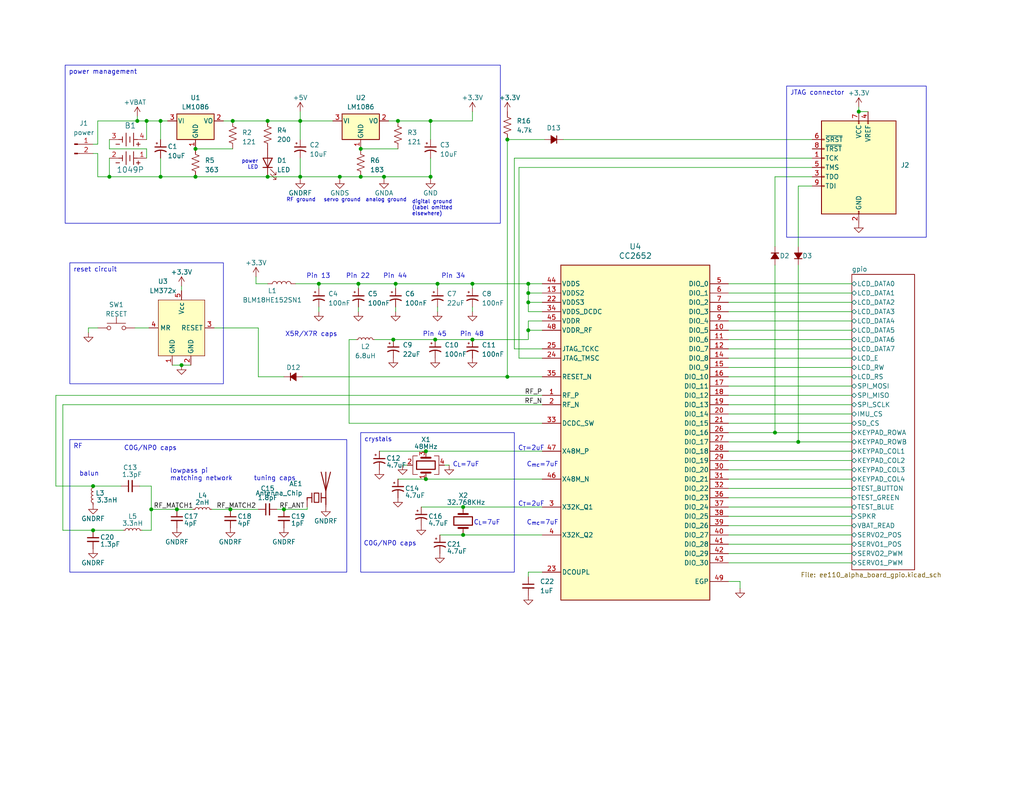
<source format=kicad_sch>
(kicad_sch (version 20231120) (generator "eeschema") (generator_version "8.0")
  (paper "A")
  (title_block (title "EE 110 Alpha Board") (date "2024-02-05") (rev "0.2") (company "Adam Krivka"))
  (lib_symbols
    (symbol "CC26X2R:CC2652R1FRGZR" (pin_names (offset 0.254))
      (property "Reference" "U7" (at 0 49.53 0))
      (property "Value" "CC2652R1FRGZR" (at 0 46.99 0))
      (symbol "CC2652R1FRGZR_0_1"
        (pin bidirectional line (at -25.4 10.16 0) (length 5.08) (name "RF_P") (number "1"))
        (pin bidirectional line (at 25.4 27.94 180) (length 5.08) (name "DIO_5") (number "10"))
        (pin bidirectional line (at 25.4 25.4 180) (length 5.08) (name "DIO_6") (number "11"))
        (pin bidirectional line (at 25.4 22.86 180) (length 5.08) (name "DIO_7") (number "12"))
        (pin power_in line (at -25.4 38.1 0) (length 5.08) (name "VDDS2") (number "13"))
        (pin bidirectional line (at 25.4 20.32 180) (length 5.08) (name "DIO_8") (number "14"))
        (pin bidirectional line (at 25.4 17.78 180) (length 5.08) (name "DIO_9") (number "15"))
        (pin bidirectional line (at 25.4 15.24 180) (length 5.08) (name "DIO_10") (number "16"))
        (pin bidirectional line (at 25.4 12.7 180) (length 5.08) (name "DIO_11") (number "17"))
        (pin bidirectional line (at 25.4 10.16 180) (length 5.08) (name "DIO_12") (number "18"))
        (pin bidirectional line (at 25.4 7.62 180) (length 5.08) (name "DIO_13") (number "19"))
        (pin bidirectional line (at -25.4 7.62 0) (length 5.08) (name "RF_N") (number "2"))
        (pin bidirectional line (at 25.4 5.08 180) (length 5.08) (name "DIO_14") (number "20"))
        (pin bidirectional line (at 25.4 2.54 180) (length 5.08) (name "DIO_15") (number "21"))
        (pin power_in line (at -25.4 35.56 0) (length 5.08) (name "VDDS3") (number "22"))
        (pin unspecified line (at -25.4 -38.1 0) (length 5.08) (name "DCOUPL") (number "23"))
        (pin bidirectional line (at -25.4 20.32 0) (length 5.08) (name "JTAG_TMSC") (number "24"))
        (pin bidirectional line (at -25.4 22.86 0) (length 5.08) (name "JTAG_TCKC") (number "25"))
        (pin bidirectional line (at 25.4 0 180) (length 5.08) (name "DIO_16") (number "26"))
        (pin bidirectional line (at 25.4 -2.54 180) (length 5.08) (name "DIO_17") (number "27"))
        (pin bidirectional line (at 25.4 -5.08 180) (length 5.08) (name "DIO_18") (number "28"))
        (pin bidirectional line (at 25.4 -7.62 180) (length 5.08) (name "DIO_19") (number "29"))
        (pin bidirectional line (at -25.4 -20.32 0) (length 5.08) (name "X32K_Q1") (number "3"))
        (pin bidirectional line (at 25.4 -10.16 180) (length 5.08) (name "DIO_20") (number "30"))
        (pin bidirectional line (at 25.4 -12.7 180) (length 5.08) (name "DIO_21") (number "31"))
        (pin bidirectional line (at 25.4 -15.24 180) (length 5.08) (name "DIO_22") (number "32"))
        (pin power_in line (at -25.4 2.54 0) (length 5.08) (name "DCDC_SW") (number "33"))
        (pin power_in line (at -25.4 33.02 0) (length 5.08) (name "VDDS_DCDC") (number "34"))
        (pin input line (at -25.4 15.24 0) (length 5.08) (name "RESET_N") (number "35"))
        (pin bidirectional line (at 25.4 -17.78 180) (length 5.08) (name "DIO_23") (number "36"))
        (pin bidirectional line (at 25.4 -20.32 180) (length 5.08) (name "DIO_24") (number "37"))
        (pin bidirectional line (at 25.4 -22.86 180) (length 5.08) (name "DIO_25") (number "38"))
        (pin bidirectional line (at 25.4 -25.4 180) (length 5.08) (name "DIO_26") (number "39"))
        (pin bidirectional line (at -25.4 -27.94 0) (length 5.08) (name "X32K_Q2") (number "4"))
        (pin bidirectional line (at 25.4 -27.94 180) (length 5.08) (name "DIO_27") (number "40"))
        (pin bidirectional line (at 25.4 -30.48 180) (length 5.08) (name "DIO_28") (number "41"))
        (pin bidirectional line (at 25.4 -33.02 180) (length 5.08) (name "DIO_29") (number "42"))
        (pin bidirectional line (at 25.4 -35.56 180) (length 5.08) (name "DIO_30") (number "43"))
        (pin power_in line (at -25.4 40.64 0) (length 5.08) (name "VDDS") (number "44"))
        (pin power_in line (at -25.4 30.48 0) (length 5.08) (name "VDDR") (number "45"))
        (pin bidirectional line (at -25.4 -12.7 0) (length 5.08) (name "X48M_N") (number "46"))
        (pin bidirectional line (at -25.4 -5.08 0) (length 5.08) (name "X48M_P") (number "47"))
        (pin power_in line (at -25.4 27.94 0) (length 5.08) (name "VDDR_RF") (number "48"))
        (pin power_in line (at 25.4 -40.64 180) (length 5.08) (name "EGP") (number "49"))
        (pin bidirectional line (at 25.4 40.64 180) (length 5.08) (name "DIO_0") (number "5"))
        (pin bidirectional line (at 25.4 38.1 180) (length 5.08) (name "DIO_1") (number "6"))
        (pin bidirectional line (at 25.4 35.56 180) (length 5.08) (name "DIO_2") (number "7"))
        (pin bidirectional line (at 25.4 33.02 180) (length 5.08) (name "DIO_3") (number "8"))
        (pin bidirectional line (at 25.4 30.48 180) (length 5.08) (name "DIO_4") (number "9"))
      )
    )
    (symbol "Connector:AVR-JTAG-10" (pin_names (offset 1.016))
      (property "Reference" "J" (at -8.89 13.97 0))
      (property "Value" "AVR-JTAG-10" (at 1.27 13.97 0))
      (symbol "AVR-JTAG-10_1_1"
        (pin passive line (at 12.7 2.54 180) (length 2.54) (name "TCK") (number "1"))
        (pin passive line (at 0 -15.24 90) (length 2.54) hide (name "GND") (number "10"))
        (pin passive line (at 0 -15.24 90) (length 2.54) (name "GND") (number "2"))
        (pin passive line (at 12.7 -2.54 180) (length 2.54) (name "TDO") (number "3"))
        (pin passive line (at -2.54 15.24 270) (length 2.54) (name "VREF") (number "4"))
        (pin passive line (at 12.7 0 180) (length 2.54) (name "TMS") (number "5"))
        (pin passive line (at 12.7 7.62 180) (length 2.54) (name "~{SRST}") (number "6"))
        (pin passive line (at 0 15.24 270) (length 2.54) (name "VCC") (number "7"))
        (pin passive line (at 12.7 5.08 180) (length 2.54) (name "~{TRST}") (number "8"))
        (pin passive line (at 12.7 -5.08 180) (length 2.54) (name "TDI") (number "9"))
      )
    )
    (symbol "Connector:Conn_01x02_Pin" (pin_names (offset 1.016) hide)
      (property "Reference" "J" (at 0 2.54 0))
      (property "Value" "Conn_01x02_Pin" (at 0 -5.08 0))
      (symbol "Conn_01x02_Pin_1_1"
        (pin passive line (at 5.08 0 180) (length 3.81) (name "Pin_1") (number "1"))
        (pin passive line (at 5.08 -2.54 180) (length 3.81) (name "Pin_2") (number "2"))
      )
    )
    (symbol "Device:Antenna_Chip" (pin_numbers hide) (pin_names (offset 1.016) hide)
      (property "Reference" "AE" (at 0 5.08 0))
      (property "Value" "Antenna_Chip" (at 0 3.175 0))
      (symbol "Antenna_Chip_1_1"
        (pin input line (at -2.54 -2.54 90) (length 2.54) (name "FEED") (number "1"))
        (pin passive line (at 2.54 -2.54 90) (length 2.54) (name "PCB_Trace") (number "2"))
      )
    )
    (symbol "Device:C_Polarized_Small_US" (pin_numbers hide) (pin_names (offset 0.254) hide)
      (property "Reference" "C" (at 0.254 1.778 0))
      (property "Value" "C_Polarized_Small_US" (at 0.254 -2.032 0))
      (symbol "C_Polarized_Small_US_1_1"
        (pin passive line (at 0 2.54 270) (length 2.032) (name "~") (number "1"))
        (pin passive line (at 0 -2.54 90) (length 2.032) (name "~") (number "2"))
      )
    )
    (symbol "Device:C_Small" (pin_numbers hide) (pin_names (offset 0.254) hide)
      (property "Reference" "C" (at 0.254 1.778 0))
      (property "Value" "C_Small" (at 0.254 -2.032 0))
      (symbol "C_Small_1_1"
        (pin passive line (at 0 2.54 270) (length 2.032) (name "~") (number "1"))
        (pin passive line (at 0 -2.54 90) (length 2.032) (name "~") (number "2"))
      )
    )
    (symbol "Device:Crystal" (pin_numbers hide) (pin_names (offset 1.016) hide)
      (property "Reference" "Y" (at 0 3.81 0))
      (property "Value" "Crystal" (at 0 -3.81 0))
      (symbol "Crystal_1_1"
        (pin passive line (at -3.81 0 0) (length 1.27) (name "1") (number "1"))
        (pin passive line (at 3.81 0 180) (length 1.27) (name "2") (number "2"))
      )
    )
    (symbol "Device:Crystal_GND24" (pin_names (offset 1.016) hide)
      (property "Reference" "Y" (at 3.175 5.08 0))
      (property "Value" "Crystal_GND24" (at 3.175 3.175 0))
      (symbol "Crystal_GND24_1_1"
        (pin passive line (at -3.81 0 0) (length 1.27) (name "1") (number "1"))
        (pin passive line (at 0 5.08 270) (length 1.27) (name "2") (number "2"))
        (pin passive line (at 3.81 0 180) (length 1.27) (name "3") (number "3"))
        (pin passive line (at 0 -5.08 90) (length 1.27) (name "4") (number "4"))
      )
    )
    (symbol "Device:D_Small_Filled" (pin_numbers hide) (pin_names (offset 0.254) hide)
      (property "Reference" "D" (at -1.27 2.032 0))
      (property "Value" "D_Small_Filled" (at -3.81 -2.032 0))
      (symbol "D_Small_Filled_1_1"
        (pin passive line (at -2.54 0 0) (length 1.778) (name "K") (number "1"))
        (pin passive line (at 2.54 0 180) (length 1.778) (name "A") (number "2"))
      )
    )
    (symbol "Device:L" (pin_numbers hide) (pin_names (offset 1.016) hide)
      (property "Reference" "L" (at -1.27 0 90))
      (property "Value" "L" (at 1.905 0 90))
      (symbol "L_1_1"
        (pin passive line (at 0 3.81 270) (length 1.27) (name "1") (number "1"))
        (pin passive line (at 0 -3.81 90) (length 1.27) (name "2") (number "2"))
      )
    )
    (symbol "Device:LED" (pin_numbers hide) (pin_names (offset 1.016) hide)
      (property "Reference" "D" (at 0 2.54 0))
      (property "Value" "LED" (at 0 -2.54 0))
      (symbol "LED_1_1"
        (pin passive line (at -3.81 0 0) (length 2.54) (name "K") (number "1"))
        (pin passive line (at 3.81 0 180) (length 2.54) (name "A") (number "2"))
      )
    )
    (symbol "Device:L_Small" (pin_numbers hide) (pin_names (offset 0.254) hide)
      (property "Reference" "L" (at 0.762 1.016 0))
      (property "Value" "L_Small" (at 0.762 -1.016 0))
      (symbol "L_Small_1_1"
        (pin passive line (at 0 2.54 270) (length 0.508) (name "~") (number "1"))
        (pin passive line (at 0 -2.54 90) (length 0.508) (name "~") (number "2"))
      )
    )
    (symbol "Device:R_US" (pin_numbers hide) (pin_names (offset 0))
      (property "Reference" "R" (at 2.54 0 90))
      (property "Value" "R_US" (at -2.54 0 90))
      (symbol "R_US_1_1"
        (pin passive line (at 0 3.81 270) (length 1.27) (name "~") (number "1"))
        (pin passive line (at 0 -3.81 90) (length 1.27) (name "~") (number "2"))
      )
    )
    (symbol "EE110_Battery:1049P" (pin_names (offset 0.254))
      (property "Reference" "B1" (at 4.445 -8.89 0))
      (property "Value" "1049P" (at 4.445 3.175 0))
      (symbol "1049P_1_1"
        (pin unspecified line (at 0 0 0) (length 2.54) (name "") (number "1"))
        (pin unspecified line (at 10.16 0 180) (length 2.54) (name "") (number "2"))
        (pin unspecified line (at 10.16 -5.08 180) (length 2.54) (name "") (number "3"))
        (pin unspecified line (at 0 -5.08 0) (length 2.54) (name "") (number "4"))
      )
    )
    (symbol "My_Library:LM372x"
      (property "Reference" "U2" (at -5.08 12.7 0))
      (property "Value" "LM372x" (at -5.08 10.16 0))
      (symbol "LM372x_1_1"
        (pin input line (at -2.54 -10.16 90) (length 2.54) (name "GND") (number "1"))
        (pin input line (at 2.54 -10.16 90) (length 2.54) (name "GND") (number "2"))
        (pin input line (at 8.89 0 180) (length 2.54) (name "RESET") (number "3"))
        (pin input line (at -8.89 0 0) (length 2.54) (name "MR") (number "4"))
        (pin input line (at 0 10.16 270) (length 2.54) (name "Vcc") (number "5"))
      )
    )
    (symbol "Regulator_Linear:LM1085-5.0" (pin_names (offset 0.254))
      (property "Reference" "U" (at -3.81 3.175 0))
      (property "Value" "LM1085-5.0" (at 0 3.175 0))
      (symbol "LM1085-5.0_1_1"
        (pin power_in line (at 0 -7.62 90) (length 2.54) (name "GND") (number "1"))
        (pin power_out line (at 7.62 0 180) (length 2.54) (name "VO") (number "2"))
        (pin power_in line (at -7.62 0 0) (length 2.54) (name "VI") (number "3"))
      )
    )
    (symbol "Switch:SW_Push" (pin_numbers hide) (pin_names (offset 1.016) hide)
      (property "Reference" "SW" (at 1.27 2.54 0))
      (property "Value" "SW_Push" (at 0 -1.524 0))
      (symbol "SW_Push_0_1"
        (pin passive line (at -5.08 0 0) (length 2.54) (name "1") (number "1"))
        (pin passive line (at 5.08 0 180) (length 2.54) (name "2") (number "2"))
      )
    )
    (symbol "power:+3.3V" (power) (pin_names (offset 0))
      (property "Value" "+3.3V" (at 0 3.556 0))
      (symbol "+3.3V_1_1"
        (pin power_in line (at 0 0 90) (length 0) hide (name "+3.3V") (number "1"))
      )
    )
    (symbol "power:+5V" (power) (pin_names (offset 0))
      (property "Value" "+5V" (at 0 3.556 0))
      (symbol "+5V_1_1"
        (pin power_in line (at 0 0 90) (length 0) hide (name "+5V") (number "1"))
      )
    )
    (symbol "power:+5VD" (power) (pin_names (offset 0))
      (property "Value" "+5VD" (at 0 3.556 0))
      (symbol "+5VD_1_1"
        (pin power_in line (at 0 0 90) (length 0) hide (name "+5VD") (number "1"))
      )
    )
    (symbol "power:GND" (power) (pin_names (offset 0))
      (property "Value" "GND" (at 0 -3.81 0))
      (symbol "GND_1_1"
        (pin power_in line (at 0 0 270) (length 0) hide (name "GND") (number "1"))
      )
    )
    (symbol "power:GND1" (power) (pin_names (offset 0))
      (property "Value" "GNDR" (at 0 -3.81 0))
      (symbol "GND1_1_1"
        (pin power_in line (at 0 0 270) (length 0) hide (name "GND1") (number "1"))
      )
    )
    (symbol "power:GNDA" (power) (pin_names (offset 0))
      (property "Value" "GNDA" (at 0 -3.81 0))
      (symbol "GNDA_1_1"
        (pin power_in line (at 0 0 270) (length 0) hide (name "GNDA") (number "1"))
      )
    )
    (symbol "power:GNDS" (power) (pin_names (offset 0))
      (property "Value" "GNDS" (at 0 -3.81 0))
      (symbol "GNDS_1_1"
        (pin power_in line (at 0 0 270) (length 0) hide (name "GNDS") (number "1"))
      )
    )
  )
  (junction (at 116.205 123.19))
  (junction (at 37.465 33.02))
  (junction (at 126.365 138.43))
  (junction (at 53.34 48.26))
  (junction (at 144.145 90.17))
  (junction (at 117.475 48.26))
  (junction (at 128.905 77.47))
  (junction (at 217.805 120.65))
  (junction (at 108.585 33.02))
  (junction (at 119.38 77.47))
  (junction (at 40.005 33.02))
  (junction (at 234.315 30.48))
  (junction (at 97.79 77.47))
  (junction (at 62.865 139.065))
  (junction (at 138.43 38.1))
  (junction (at 126.365 146.05))
  (junction (at 77.47 139.065))
  (junction (at 53.34 40.64))
  (junction (at 128.905 92.71))
  (junction (at 144.145 77.47))
  (junction (at 211.455 118.11))
  (junction (at 63.5 33.02))
  (junction (at 107.315 92.71))
  (junction (at 144.145 82.55))
  (junction (at 144.145 80.01))
  (junction (at 92.71 48.26))
  (junction (at 98.425 40.64))
  (junction (at 25.4 132.715))
  (junction (at 73.025 33.02))
  (junction (at 104.775 48.26))
  (junction (at 73.025 48.26))
  (junction (at 107.95 77.47))
  (junction (at 98.425 48.26))
  (junction (at 81.915 48.26))
  (junction (at 43.815 48.26))
  (junction (at 41.275 139.065))
  (junction (at 29.845 48.26))
  (junction (at 86.995 77.47))
  (junction (at 25.4 144.78))
  (junction (at 81.915 33.02))
  (junction (at 49.53 99.695))
  (junction (at 43.815 33.02))
  (junction (at 116.205 130.81))
  (junction (at 48.26 139.065))
  (junction (at 118.745 92.71))
  (junction (at 117.475 33.02))
  (junction (at 138.43 102.87))
  (wire (pts (xy 81.915 30.48) (xy 81.915 33.02)))
  (wire (pts (xy 26.67 41.91) (xy 26.67 48.26)))
  (wire (pts (xy 126.365 146.05) (xy 147.955 146.05)))
  (wire (pts (xy 25.4 144.78) (xy 33.655 144.78)))
  (wire (pts (xy 60.96 33.02) (xy 63.5 33.02)))
  (wire (pts (xy 106.045 33.02) (xy 108.585 33.02)))
  (wire (pts (xy 198.755 143.51) (xy 232.41 143.51)))
  (wire (pts (xy 107.95 77.47) (xy 107.95 78.74)))
  (wire (pts (xy 144.145 85.09) (xy 147.955 85.09)))
  (wire (pts (xy 198.755 115.57) (xy 232.41 115.57)))
  (wire (pts (xy 17.145 110.49) (xy 147.955 110.49)))
  (wire (pts (xy 144.145 82.55) (xy 147.955 82.55)))
  (wire (pts (xy 120.015 146.05) (xy 126.365 146.05)))
  (wire (pts (xy 102.235 92.71) (xy 107.315 92.71)))
  (wire (pts (xy 198.755 102.87) (xy 232.41 102.87)))
  (wire (pts (xy 198.755 95.25) (xy 232.41 95.25)))
  (wire (pts (xy 108.585 33.02) (xy 117.475 33.02)))
  (wire (pts (xy 198.755 135.89) (xy 232.41 135.89)))
  (wire (pts (xy 29.845 40.64) (xy 40.005 40.64)))
  (wire (pts (xy 86.995 83.82) (xy 86.995 85.09)))
  (wire (pts (xy 128.905 77.47) (xy 144.145 77.47)))
  (wire (pts (xy 144.145 77.47) (xy 147.955 77.47)))
  (wire (pts (xy 141.605 45.72) (xy 141.605 97.79)))
  (wire (pts (xy 198.755 133.35) (xy 232.41 133.35)))
  (wire (pts (xy 107.95 77.47) (xy 119.38 77.47)))
  (wire (pts (xy 97.79 77.47) (xy 97.79 78.74)))
  (wire (pts (xy 82.55 102.87) (xy 138.43 102.87)))
  (wire (pts (xy 95.25 115.57) (xy 147.955 115.57)))
  (wire (pts (xy 40.005 33.02) (xy 40.005 38.1)))
  (wire (pts (xy 198.755 113.03) (xy 232.41 113.03)))
  (wire (pts (xy 119.38 77.47) (xy 119.38 78.74)))
  (wire (pts (xy 25.4 41.91) (xy 26.67 41.91)))
  (wire (pts (xy 103.505 123.19) (xy 116.205 123.19)))
  (wire (pts (xy 81.915 48.26) (xy 81.915 43.18)))
  (wire (pts (xy 118.745 92.71) (xy 128.905 92.71)))
  (wire (pts (xy 15.24 132.715) (xy 25.4 132.715)))
  (wire (pts (xy 86.995 77.47) (xy 86.995 78.74)))
  (wire (pts (xy 140.335 95.25) (xy 140.335 43.18)))
  (wire (pts (xy 41.275 139.065) (xy 48.26 139.065)))
  (wire (pts (xy 41.275 139.065) (xy 41.275 132.715)))
  (wire (pts (xy 97.79 83.82) (xy 97.79 85.09)))
  (wire (pts (xy 234.315 30.48) (xy 236.855 30.48)))
  (wire (pts (xy 77.47 139.065) (xy 83.82 139.065)))
  (wire (pts (xy 119.38 77.47) (xy 128.905 77.47)))
  (wire (pts (xy 221.615 50.8) (xy 217.805 50.8)))
  (wire (pts (xy 70.485 89.535) (xy 58.42 89.535)))
  (wire (pts (xy 53.34 40.64) (xy 63.5 40.64)))
  (wire (pts (xy 121.285 127) (xy 122.555 127)))
  (wire (pts (xy 63.5 33.02) (xy 73.025 33.02)))
  (wire (pts (xy 25.4 132.715) (xy 33.02 132.715)))
  (wire (pts (xy 198.755 140.97) (xy 232.41 140.97)))
  (wire (pts (xy 62.865 139.065) (xy 70.485 139.065)))
  (wire (pts (xy 57.785 139.065) (xy 62.865 139.065)))
  (wire (pts (xy 26.67 89.535) (xy 24.13 89.535)))
  (wire (pts (xy 70.485 102.87) (xy 70.485 89.535)))
  (wire (pts (xy 198.755 92.71) (xy 232.41 92.71)))
  (wire (pts (xy 15.24 107.95) (xy 147.955 107.95)))
  (wire (pts (xy 75.565 139.065) (xy 77.47 139.065)))
  (wire (pts (xy 37.465 33.02) (xy 40.005 33.02)))
  (wire (pts (xy 43.815 33.02) (xy 45.72 33.02)))
  (wire (pts (xy 43.815 43.18) (xy 43.815 48.26)))
  (wire (pts (xy 24.13 89.535) (xy 24.13 90.805)))
  (wire (pts (xy 198.755 82.55) (xy 232.41 82.55)))
  (wire (pts (xy 46.99 99.695) (xy 49.53 99.695)))
  (wire (pts (xy 217.805 120.65) (xy 217.805 72.39)))
  (wire (pts (xy 73.025 48.26) (xy 81.915 48.26)))
  (wire (pts (xy 128.905 83.82) (xy 128.905 85.09)))
  (wire (pts (xy 198.755 105.41) (xy 232.41 105.41)))
  (wire (pts (xy 198.755 128.27) (xy 232.41 128.27)))
  (wire (pts (xy 198.755 138.43) (xy 232.41 138.43)))
  (wire (pts (xy 198.755 77.47) (xy 232.41 77.47)))
  (wire (pts (xy 217.805 120.65) (xy 232.41 120.65)))
  (wire (pts (xy 201.93 158.75) (xy 201.93 160.655)))
  (wire (pts (xy 144.145 156.21) (xy 144.145 157.48)))
  (wire (pts (xy 144.145 90.17) (xy 144.145 92.71)))
  (wire (pts (xy 153.67 38.1) (xy 221.615 38.1)))
  (wire (pts (xy 144.145 80.01) (xy 144.145 77.47)))
  (wire (pts (xy 144.145 87.63) (xy 144.145 90.17)))
  (wire (pts (xy 80.645 77.47) (xy 86.995 77.47)))
  (wire (pts (xy 43.815 48.26) (xy 53.34 48.26)))
  (wire (pts (xy 86.995 77.47) (xy 97.79 77.47)))
  (wire (pts (xy 128.905 92.71) (xy 144.145 92.71)))
  (wire (pts (xy 119.38 83.82) (xy 119.38 85.09)))
  (wire (pts (xy 198.755 123.19) (xy 232.41 123.19)))
  (wire (pts (xy 81.915 48.26) (xy 81.915 48.895)))
  (wire (pts (xy 81.915 33.02) (xy 90.805 33.02)))
  (wire (pts (xy 26.67 48.26) (xy 29.845 48.26)))
  (wire (pts (xy 147.955 90.17) (xy 144.145 90.17)))
  (wire (pts (xy 26.67 39.37) (xy 26.67 33.02)))
  (wire (pts (xy 97.79 77.47) (xy 107.95 77.47)))
  (wire (pts (xy 107.315 92.71) (xy 118.745 92.71)))
  (wire (pts (xy 81.915 48.26) (xy 92.71 48.26)))
  (wire (pts (xy 95.25 92.71) (xy 95.25 115.57)))
  (wire (pts (xy 198.755 153.67) (xy 232.41 153.67)))
  (wire (pts (xy 211.455 118.11) (xy 232.41 118.11)))
  (wire (pts (xy 198.755 90.17) (xy 232.41 90.17)))
  (wire (pts (xy 117.475 38.1) (xy 117.475 33.02)))
  (wire (pts (xy 38.735 144.78) (xy 41.275 144.78)))
  (wire (pts (xy 144.145 80.01) (xy 147.955 80.01)))
  (wire (pts (xy 116.205 123.19) (xy 147.955 123.19)))
  (wire (pts (xy 198.755 80.01) (xy 232.41 80.01)))
  (wire (pts (xy 29.845 48.26) (xy 43.815 48.26)))
  (wire (pts (xy 198.755 85.09) (xy 232.41 85.09)))
  (wire (pts (xy 17.145 110.49) (xy 17.145 144.78)))
  (wire (pts (xy 41.275 144.78) (xy 41.275 139.065)))
  (wire (pts (xy 73.025 33.02) (xy 81.915 33.02)))
  (wire (pts (xy 128.905 30.48) (xy 128.905 33.02)))
  (wire (pts (xy 211.455 118.11) (xy 211.455 72.39)))
  (wire (pts (xy 49.53 78.105) (xy 49.53 79.375)))
  (wire (pts (xy 98.425 48.26) (xy 104.775 48.26)))
  (wire (pts (xy 198.755 110.49) (xy 232.41 110.49)))
  (wire (pts (xy 104.775 48.26) (xy 104.775 48.895)))
  (wire (pts (xy 198.755 118.11) (xy 211.455 118.11)))
  (wire (pts (xy 43.815 33.02) (xy 43.815 38.1)))
  (wire (pts (xy 117.475 48.26) (xy 117.475 43.18)))
  (wire (pts (xy 138.43 102.87) (xy 147.955 102.87)))
  (wire (pts (xy 128.905 77.47) (xy 128.905 78.74)))
  (wire (pts (xy 81.915 38.1) (xy 81.915 33.02)))
  (wire (pts (xy 117.475 33.02) (xy 128.905 33.02)))
  (wire (pts (xy 92.71 48.26) (xy 92.71 48.895)))
  (wire (pts (xy 211.455 48.26) (xy 211.455 67.31)))
  (wire (pts (xy 198.755 87.63) (xy 232.41 87.63)))
  (wire (pts (xy 17.145 144.78) (xy 25.4 144.78)))
  (wire (pts (xy 147.955 156.21) (xy 144.145 156.21)))
  (wire (pts (xy 48.26 139.065) (xy 52.705 139.065)))
  (wire (pts (xy 198.755 125.73) (xy 232.41 125.73)))
  (wire (pts (xy 217.805 50.8) (xy 217.805 67.31)))
  (wire (pts (xy 221.615 45.72) (xy 141.605 45.72)))
  (wire (pts (xy 25.4 39.37) (xy 26.67 39.37)))
  (wire (pts (xy 49.53 99.695) (xy 52.07 99.695)))
  (wire (pts (xy 26.67 33.02) (xy 37.465 33.02)))
  (wire (pts (xy 138.43 38.1) (xy 148.59 38.1)))
  (wire (pts (xy 138.43 38.1) (xy 138.43 102.87)))
  (wire (pts (xy 126.365 138.43) (xy 147.955 138.43)))
  (wire (pts (xy 117.475 48.895) (xy 117.475 48.26)))
  (wire (pts (xy 36.83 89.535) (xy 40.64 89.535)))
  (wire (pts (xy 221.615 48.26) (xy 211.455 48.26)))
  (wire (pts (xy 140.335 43.18) (xy 221.615 43.18)))
  (wire (pts (xy 98.425 40.64) (xy 108.585 40.64)))
  (wire (pts (xy 109.855 127) (xy 111.125 127)))
  (wire (pts (xy 15.24 107.95) (xy 15.24 132.715)))
  (wire (pts (xy 141.605 97.79) (xy 147.955 97.79)))
  (wire (pts (xy 144.145 82.55) (xy 144.145 80.01)))
  (wire (pts (xy 144.145 85.09) (xy 144.145 82.55)))
  (wire (pts (xy 234.315 29.21) (xy 234.315 30.48)))
  (wire (pts (xy 70.485 102.87) (xy 77.47 102.87)))
  (wire (pts (xy 29.845 38.1) (xy 29.845 40.64)))
  (wire (pts (xy 198.755 97.79) (xy 232.41 97.79)))
  (wire (pts (xy 198.755 151.13) (xy 232.41 151.13)))
  (wire (pts (xy 40.005 33.02) (xy 43.815 33.02)))
  (wire (pts (xy 69.85 75.565) (xy 69.85 77.47)))
  (wire (pts (xy 198.755 130.81) (xy 232.41 130.81)))
  (wire (pts (xy 40.005 40.64) (xy 40.005 43.18)))
  (wire (pts (xy 37.465 31.75) (xy 37.465 33.02)))
  (wire (pts (xy 116.205 130.81) (xy 147.955 130.81)))
  (wire (pts (xy 53.34 48.26) (xy 73.025 48.26)))
  (wire (pts (xy 41.275 132.715) (xy 38.1 132.715)))
  (wire (pts (xy 107.95 83.82) (xy 107.95 85.09)))
  (wire (pts (xy 198.755 100.33) (xy 232.41 100.33)))
  (wire (pts (xy 147.955 95.25) (xy 140.335 95.25)))
  (wire (pts (xy 201.93 158.75) (xy 198.755 158.75)))
  (wire (pts (xy 69.85 77.47) (xy 73.025 77.47)))
  (wire (pts (xy 114.935 138.43) (xy 126.365 138.43)))
  (wire (pts (xy 95.25 92.71) (xy 97.155 92.71)))
  (wire (pts (xy 92.71 48.26) (xy 98.425 48.26)))
  (wire (pts (xy 144.145 87.63) (xy 147.955 87.63)))
  (wire (pts (xy 198.755 148.59) (xy 232.41 148.59)))
  (wire (pts (xy 29.845 43.18) (xy 29.845 48.26)))
  (wire (pts (xy 83.82 139.065) (xy 83.82 138.43)))
  (wire (pts (xy 198.755 146.05) (xy 232.41 146.05)))
  (wire (pts (xy 198.755 120.65) (xy 217.805 120.65)))
  (wire (pts (xy 108.585 130.81) (xy 116.205 130.81)))
  (wire (pts (xy 104.775 48.26) (xy 117.475 48.26)))
  (wire (pts (xy 198.755 107.95) (xy 232.41 107.95)))
  (text_box "reset circuit\n" (at 19.05 71.755 0) (size 41.91 33.02) (effects (font (size 1.27 1.27)) (justify left top)))
  (text_box "power management" (at 17.78 17.78 0) (size 118.745 43.18) (effects (font (size 1.27 1.27)) (justify left top)))
  (text_box "JTAG connector\n" (at 214.63 23.495 0) (size 38.1 41.275) (effects (font (size 1.27 1.27)) (justify left top)))
  (text_box "RF" (at 19.05 120.015 0) (size 75.565 36.195) (effects (font (size 1.27 1.27)) (justify left top)))
  (text_box "crystals" (at 98.425 118.11 0) (size 41.91 38.1) (effects (font (size 1.27 1.27)) (justify left top)))
  (text "Pin 22\n" (at 100.965 76.2 0) (effects (font (size 1.27 1.27)) (justify right bottom)))
  (text "power\nLED" (at 70.485 46.355 0) (effects (font (size 1.016 1.016)) (justify right bottom)))
  (text "C_{mc}=7uF" (at 152.4 127.635 0) (effects (font (size 1.27 1.27)) (justify right bottom)))
  (text "tuning caps" (at 69.215 131.445 0) (effects (font (size 1.27 1.27)) (justify left bottom)))
  (text "Pin 44\n" (at 111.125 76.2 0) (effects (font (size 1.27 1.27)) (justify right bottom)))
  (text "lowpass pi \nmatching network" (at 46.355 131.445 0) (effects (font (size 1.27 1.27)) (justify left bottom)))
  (text "C0G/NP0 caps" (at 48.26 123.19 0) (effects (font (size 1.27 1.27)) (justify right bottom)))
  (text "X5R/X7R caps" (at 92.075 92.075 0) (effects (font (size 1.27 1.27)) (justify right bottom)))
  (text "C0G/NP0 caps" (at 113.665 149.225 0) (effects (font (size 1.27 1.27)) (justify right bottom)))
  (text "C_{T}=2uF" (at 148.59 123.19 0) (effects (font (size 1.27 1.27)) (justify right bottom)))
  (text "RF ground\n" (at 78.105 55.245 0) (effects (font (size 1.016 1.016)) (justify left bottom)))
  (text "Pin 48\n" (at 132.08 92.075 0) (effects (font (size 1.27 1.27)) (justify right bottom)))
  (text "C_{mc}=7uF" (at 152.4 143.51 0) (effects (font (size 1.27 1.27)) (justify right bottom)))
  (text "Pin 45\n" (at 121.92 92.075 0) (effects (font (size 1.27 1.27)) (justify right bottom)))
  (text "C_{L}=7uF" (at 130.81 127.635 0) (effects (font (size 1.27 1.27)) (justify right bottom)))
  (text "Pin 34" (at 127 76.2 0) (effects (font (size 1.27 1.27)) (justify right bottom)))
  (text "servo ground\n" (at 88.265 55.245 0) (effects (font (size 1.016 1.016)) (justify left bottom)))
  (text "analog ground\n" (at 99.695 55.245 0) (effects (font (size 1.016 1.016)) (justify left bottom)))
  (text "C_{L}=7uF" (at 136.525 143.51 0) (effects (font (size 1.27 1.27)) (justify right bottom)))
  (text "digital ground\n(label omitted\nelsewhere)" (at 112.395 59.055 0) (effects (font (size 1.016 1.016)) (justify left bottom)))
  (text "C_{T}=2uF" (at 148.59 138.43 0) (effects (font (size 1.27 1.27)) (justify right bottom)))
  (text "Pin 13\n" (at 90.17 76.2 0) (effects (font (size 1.27 1.27)) (justify right bottom)))
  (text "balun" (at 21.59 130.175 0) (effects (font (size 1.27 1.27)) (justify left bottom)))
  (label "RF_N" (at 147.955 110.49 180))
  (label "RF_MATCH1" (at 41.91 139.065 0))
  (label "RF_P" (at 147.955 107.95 180))
  (label "RF_MATCH2" (at 59.055 139.065 0))
  (label "RF_ANT" (at 76.2 139.065 0))
  (symbol (lib_id "power:GND") (at 103.505 128.27 0) (unit 1)
    (property "Reference" "#PWR024" (effects (hide yes)))
    (property "Value" "GND" (effects (hide yes)))
  )
  (symbol (lib_id "Device:C_Polarized_Small_US") (at 128.905 81.28 0) (unit 1)
    (property "Reference" "C8" (at 131.445 80.2132 0) (effects (justify left)))
    (property "Value" "100nF" (at 131.445 82.7532 0) (effects (justify left)))
    (property "Footprint" "Capacitor_Tantalum_SMD:CP_EIA-1608-08_AVX-J_Pad1.25x1.05mm_HandSolder" (effects (hide yes)))
  )
  (symbol (lib_id "power:GND1") (at 62.865 144.145 0) (unit 1)
    (property "Reference" "#PWR030" (effects (hide yes)))
    (property "Value" "GNDRF" (at 62.865 147.955 0))
  )
  (symbol (lib_id "power:+5VD") (at 37.465 31.75 0) (unit 1)
    (property "Reference" "#PWR04" (effects (hide yes)))
    (property "Value" "+VBAT" (at 36.83 27.94 0))
  )
  (symbol (lib_id "Device:R_US") (at 108.585 36.83 0) (unit 1)
    (property "Reference" "R3" (at 111.125 36.195 0) (effects (justify left)))
    (property "Value" "121" (at 111.125 38.735 0) (effects (justify left)))
    (property "Footprint" "Resistor_SMD:R_0603_1608Metric_Pad0.98x0.95mm_HandSolder" (effects (hide yes)))
  )
  (symbol (lib_id "power:+5V") (at 81.915 30.48 0) (unit 1)
    (property "Reference" "#PWR02" (effects (hide yes)))
    (property "Value" "+5V" (at 81.915 26.67 0))
  )
  (symbol (lib_id "power:GND") (at 234.315 60.96 0) (unit 1)
    (property "Reference" "#PWR09" (effects (hide yes)))
    (property "Value" "GND" (effects (hide yes)))
  )
  (symbol (lib_id "power:GND1") (at 25.4 137.795 0) (unit 1)
    (property "Reference" "#PWR026" (effects (hide yes)))
    (property "Value" "GNDRF" (at 25.4 141.605 0))
  )
  (symbol (lib_id "power:GND1") (at 77.47 144.145 0) (unit 1)
    (property "Reference" "#PWR031" (effects (hide yes)))
    (property "Value" "GNDRF" (at 77.47 147.955 0))
  )
  (symbol (lib_id "Device:Antenna_Chip") (at 86.36 135.89 0) (unit 1)
    (property "Reference" "AE1" (at 82.55 132.0799 0) (effects (justify right)))
    (property "Value" "Antenna_Chip" (at 82.55 134.6199 0) (effects (justify right)))
    (property "Footprint" "My_Footprint:EE110_Antenna" (effects (hide yes)))
    (property "Description" "Ceramic chip antenna with pin for PCB trace" (effects (hide yes)))
  )
  (symbol (lib_id "power:GND") (at 118.745 97.79 0) (unit 1)
    (property "Reference" "#PWR019" (effects (hide yes)))
    (property "Value" "GND" (effects (hide yes)))
  )
  (symbol (lib_id "Device:C_Polarized_Small_US") (at 128.905 95.25 0) (unit 1)
    (property "Reference" "C11" (at 131.445 94.1832 0) (effects (justify left)))
    (property "Value" "100nF" (at 131.445 96.7232 0) (effects (justify left)))
    (property "Footprint" "Capacitor_Tantalum_SMD:CP_EIA-1608-08_AVX-J_Pad1.25x1.05mm_HandSolder" (effects (hide yes)))
  )
  (symbol (lib_id "Switch:SW_Push") (at 31.75 89.535 0) (unit 1)
    (property "Reference" "SW1" (at 31.75 83.185 0))
    (property "Value" "RESET" (at 31.75 85.725 0))
    (property "Footprint" "Button_Switch_SMD:SW_SPST_TL3342" (effects (hide yes)))
  )
  (symbol (lib_id "power:GND") (at 120.015 151.13 0) (unit 1)
    (property "Reference" "#PWR033" (effects (hide yes)))
    (property "Value" "GND" (effects (hide yes)))
  )
  (symbol (lib_id "Regulator_Linear:LM1085-5.0") (at 98.425 33.02 0) (unit 1)
    (property "Reference" "U2" (at 98.425 26.67 0))
    (property "Value" "LM1086" (at 98.425 29.21 0))
    (property "Footprint" "Package_TO_SOT_SMD:TO-263-3_TabPin2" (effects (hide yes)))
    (property "Datasheet" "https://www.digikey.com/en/products/detail/texas-instruments/LM1086CS-ADJ-NOPB/363569" (effects (hide yes)))
  )
  (symbol (lib_id "Device:C_Polarized_Small_US") (at 108.585 133.35 0) (unit 1)
    (property "Reference" "C14" (at 110.49 133.35 0) (effects (justify left)))
    (property "Value" "4.7uF" (at 110.49 135.255 0) (effects (justify left)))
    (property "Footprint" "Capacitor_Tantalum_SMD:CP_EIA-1608-08_AVX-J_Pad1.25x1.05mm_HandSolder" (effects (hide yes)))
  )
  (symbol (lib_id "power:GND") (at 119.38 85.09 0) (unit 1)
    (property "Reference" "#PWR015" (effects (hide yes)))
    (property "Value" "GND" (effects (hide yes)))
  )
  (symbol (lib_id "power:+3.3V") (at 128.905 30.48 0) (unit 1)
    (property "Reference" "#PWR03" (effects (hide yes)))
    (property "Value" "+3.3V" (at 128.905 26.67 0))
  )
  (symbol (lib_id "power:GND") (at 97.79 85.09 0) (unit 1)
    (property "Reference" "#PWR013" (effects (hide yes)))
    (property "Value" "GND" (effects (hide yes)))
  )
  (symbol (lib_id "Device:C_Small") (at 25.4 147.32 0) (unit 1)
    (property "Reference" "C20" (at 27.305 146.685 0) (effects (justify left)))
    (property "Value" "1.3pF" (at 27.305 148.59 0) (effects (justify left)))
    (property "Footprint" "Capacitor_SMD:C_0805_2012Metric_Pad1.18x1.45mm_HandSolder" (effects (hide yes)))
  )
  (symbol (lib_id "Device:R_US") (at 98.425 44.45 0) (unit 1)
    (property "Reference" "R6" (at 100.965 43.815 0) (effects (justify left)))
    (property "Value" "183" (at 100.965 46.355 0) (effects (justify left)))
    (property "Footprint" "Resistor_SMD:R_0603_1608Metric_Pad0.98x0.95mm_HandSolder" (effects (hide yes)))
  )
  (symbol (lib_id "Device:C_Small") (at 35.56 132.715 90) (unit 1)
    (property "Reference" "C13" (at 37.465 127.635 90) (effects (justify left)))
    (property "Value" "1.3pF" (at 38.735 129.54 90) (effects (justify left)))
    (property "Footprint" "Capacitor_SMD:C_0805_2012Metric_Pad1.18x1.45mm_HandSolder" (effects (hide yes)))
  )
  (symbol (lib_id "CC26X2R:CC2652R1FRGZR") (at 173.355 118.11 0) (unit 1)
    (property "Reference" "U4" (at 173.355 67.31 0) (effects (font (size 1.524 1.524))))
    (property "Value" "CC2652" (at 173.355 69.85 0) (effects (font (size 1.524 1.524))))
    (property "Footprint" "My_Footprint:RGZ0048A_NV" (effects (hide yes)))
    (property "Datasheet" "https://www.ti.com/lit/ds/symlink/cc2652r.pdf?ts=1707852798157&ref_url=https%253A%252F%252Fwww.ti.com%252Fproduct%252FCC2652R" (effects (hide yes)))
  )
  (symbol (lib_id "power:GND") (at 107.95 85.09 0) (unit 1)
    (property "Reference" "#PWR014" (effects (hide yes)))
    (property "Value" "GND" (effects (hide yes)))
  )
  (symbol (lib_id "Device:R_US") (at 138.43 34.29 0) (unit 1)
    (property "Reference" "R16" (at 140.97 33.0199 0) (effects (justify left)))
    (property "Value" "4.7k" (at 140.97 35.5599 0) (effects (justify left)))
    (property "Footprint" "Resistor_SMD:R_0603_1608Metric_Pad0.98x0.95mm_HandSolder" (effects (hide yes)))
  )
  (symbol (lib_id "Device:C_Polarized_Small_US") (at 97.79 81.28 0) (unit 1)
    (property "Reference" "C5" (at 100.33 80.2132 0) (effects (justify left)))
    (property "Value" "100nF" (at 100.33 82.7532 0) (effects (justify left)))
    (property "Footprint" "Capacitor_Tantalum_SMD:CP_EIA-1608-08_AVX-J_Pad1.25x1.05mm_HandSolder" (effects (hide yes)))
  )
  (symbol (lib_id "power:GND") (at 24.13 90.805 0) (unit 1)
    (property "Reference" "#PWR017" (effects (hide yes)))
    (property "Value" "GND" (effects (hide yes)))
  )
  (symbol (lib_id "power:GND1") (at 81.915 48.895 0) (unit 1)
    (property "Reference" "#PWR05" (effects (hide yes)))
    (property "Value" "GNDRF" (at 81.915 52.705 0))
  )
  (symbol (lib_id "Device:D_Small_Filled") (at 217.805 69.85 90) (unit 1)
    (property "Reference" "D3" (at 221.615 69.85 90) (effects (justify left)))
    (property "Value" "D_Small_Filled" (effects (hide yes)))
    (property "Footprint" "Diode_SMD:D_0603_1608Metric_Pad1.05x0.95mm_HandSolder" (effects (hide yes)))
    (property "Sim.Device" "D" (effects (hide yes)))
    (property "Sim.Pins" "1=K 2=A" (effects (hide yes)))
  )
  (symbol (lib_id "Device:R_US") (at 53.34 44.45 0) (unit 1)
    (property "Reference" "R5" (at 55.88 43.815 0) (effects (justify left)))
    (property "Value" "363" (at 55.88 46.355 0) (effects (justify left)))
    (property "Footprint" "Resistor_SMD:R_0603_1608Metric_Pad0.98x0.95mm_HandSolder" (effects (hide yes)))
  )
  (symbol (lib_id "Device:C_Polarized_Small_US") (at 103.505 125.73 0) (unit 1)
    (property "Reference" "C12" (at 105.41 125.095 0) (effects (justify left)))
    (property "Value" "4.7uF" (at 105.41 127 0) (effects (justify left)))
    (property "Footprint" "Capacitor_Tantalum_SMD:CP_EIA-1608-08_AVX-J_Pad1.25x1.05mm_HandSolder" (effects (hide yes)))
  )
  (symbol (lib_id "My_Library:LM372x") (at 49.53 89.535 0) (unit 1)
    (property "Reference" "U3" (at 44.45 76.835 0))
    (property "Value" "LM372x" (at 44.45 79.375 0))
    (property "Footprint" "Package_TO_SOT_SMD:SOT-23-5" (effects (hide yes)))
    (property "Datasheet" "https://www.digikey.com/en/products/detail/texas-instruments/lm3724em5-4-63-nopb/565356" (effects (hide yes)))
  )
  (symbol (lib_id "Device:C_Small") (at 73.025 139.065 90) (unit 1)
    (property "Reference" "C15" (at 73.025 133.35 90))
    (property "Value" "1.8pF" (at 73.025 135.89 90))
    (property "Footprint" "Capacitor_SMD:C_0805_2012Metric_Pad1.18x1.45mm_HandSolder" (effects (hide yes)))
  )
  (symbol (lib_id "Device:LED") (at 73.025 44.45 90) (unit 1)
    (property "Reference" "D1" (at 75.565 43.815 90) (effects (justify right)))
    (property "Value" "LED" (at 75.565 46.355 90) (effects (justify right)))
    (property "Footprint" "LED_THT:LED_D3.0mm" (effects (hide yes)))
  )
  (symbol (lib_id "Device:C_Polarized_Small_US") (at 117.475 40.64 0) (unit 1)
    (property "Reference" "C3" (at 120.015 39.5732 0) (effects (justify left)))
    (property "Value" "10uF" (at 120.015 42.1132 0) (effects (justify left)))
    (property "Footprint" "Capacitor_Tantalum_SMD:CP_EIA-1608-08_AVX-J_Pad1.25x1.05mm_HandSolder" (effects (hide yes)))
  )
  (symbol (lib_id "Device:L_Small") (at 99.695 92.71 90) (unit 1)
    (property "Reference" "L2" (at 99.695 94.615 90))
    (property "Value" "6.8uH" (at 99.695 97.155 90))
    (property "Footprint" "Inductor_SMD:L_0603_1608Metric_Pad1.05x0.95mm_HandSolder" (effects (hide yes)))
  )
  (symbol (lib_id "Device:C_Polarized_Small_US") (at 114.935 140.97 0) (unit 1)
    (property "Reference" "C16" (at 116.84 140.97 0) (effects (justify left)))
    (property "Value" "4.7uF" (at 116.84 142.875 0) (effects (justify left)))
    (property "Footprint" "Capacitor_Tantalum_SMD:CP_EIA-1608-08_AVX-J_Pad1.25x1.05mm_HandSolder" (effects (hide yes)))
  )
  (symbol (lib_id "power:GND") (at 201.93 160.655 0) (unit 1)
    (property "Reference" "#PWR034" (effects (hide yes)))
    (property "Value" "GND" (effects (hide yes)))
  )
  (symbol (lib_id "power:GND") (at 86.995 85.09 0) (unit 1)
    (property "Reference" "#PWR012" (effects (hide yes)))
    (property "Value" "GND" (effects (hide yes)))
  )
  (symbol (lib_id "power:GND1") (at 48.26 144.145 0) (unit 1)
    (property "Reference" "#PWR029" (effects (hide yes)))
    (property "Value" "GNDRF" (at 48.26 147.955 0))
  )
  (symbol (lib_id "power:GND") (at 49.53 99.695 0) (unit 1)
    (property "Reference" "#PWR021" (effects (hide yes)))
    (property "Value" "GND" (effects (hide yes)))
  )
  (symbol (lib_id "power:+3.3V") (at 69.85 75.565 0) (unit 1)
    (property "Reference" "#PWR010" (effects (hide yes)))
    (property "Value" "+3.3V" (at 69.85 71.755 0))
  )
  (symbol (lib_id "Device:C_Polarized_Small_US") (at 107.95 81.28 0) (unit 1)
    (property "Reference" "C6" (at 110.49 80.2132 0) (effects (justify left)))
    (property "Value" "100nF" (at 110.49 82.7532 0) (effects (justify left)))
    (property "Footprint" "Capacitor_Tantalum_SMD:CP_EIA-1608-08_AVX-J_Pad1.25x1.05mm_HandSolder" (effects (hide yes)))
  )
  (symbol (lib_id "Device:C_Polarized_Small_US") (at 81.915 40.64 0) (unit 1)
    (property "Reference" "C2" (at 84.455 39.5732 0) (effects (justify left)))
    (property "Value" "10uF" (at 84.455 42.1132 0) (effects (justify left)))
    (property "Footprint" "Capacitor_Tantalum_SMD:CP_EIA-1608-08_AVX-J_Pad1.25x1.05mm_HandSolder" (effects (hide yes)))
  )
  (symbol (lib_id "power:GNDA") (at 104.775 48.895 0) (unit 1)
    (property "Reference" "#PWR07" (effects (hide yes)))
    (property "Value" "GNDA" (at 104.775 52.705 0))
  )
  (symbol (lib_id "power:+3.3V") (at 234.315 29.21 0) (unit 1)
    (property "Reference" "#PWR01" (effects (hide yes)))
    (property "Value" "+3.3V" (at 234.315 25.4 0))
  )
  (symbol (lib_id "Device:C_Polarized_Small_US") (at 86.995 81.28 0) (unit 1)
    (property "Reference" "C4" (at 89.535 80.2132 0) (effects (justify left)))
    (property "Value" "100nF" (at 89.535 82.7532 0) (effects (justify left)))
    (property "Footprint" "Capacitor_Tantalum_SMD:CP_EIA-1608-08_AVX-J_Pad1.25x1.05mm_HandSolder" (effects (hide yes)))
  )
  (symbol (lib_id "power:GND") (at 117.475 48.895 0) (unit 1)
    (property "Reference" "#PWR08" (effects (hide yes)))
    (property "Value" "GND" (at 117.475 52.705 0))
  )
  (symbol (lib_id "Device:L_Small") (at 36.195 144.78 90) (unit 1)
    (property "Reference" "L5" (at 36.195 140.97 90))
    (property "Value" "3.3nH" (at 36.195 142.875 90))
    (property "Footprint" "Inductor_SMD:L_0805_2012Metric_Pad1.15x1.40mm_HandSolder" (effects (hide yes)))
  )
  (symbol (lib_id "Connector:Conn_01x02_Pin") (at 20.32 39.37 0) (unit 1)
    (property "Reference" "J1" (at 22.86 33.655 0))
    (property "Value" "power" (at 22.86 36.195 0))
    (property "Footprint" "My_Footprint:My_Power_Connector" (effects (hide yes)))
  )
  (symbol (lib_id "Device:C_Small") (at 48.26 141.605 0) (unit 1)
    (property "Reference" "C17" (at 50.165 140.97 0) (effects (justify left)))
    (property "Value" "4pF" (at 50.165 142.875 0) (effects (justify left)))
    (property "Footprint" "Capacitor_SMD:C_0805_2012Metric_Pad1.18x1.45mm_HandSolder" (effects (hide yes)))
  )
  (symbol (lib_id "Device:C_Polarized_Small_US") (at 43.815 40.64 0) (unit 1)
    (property "Reference" "C1" (at 45.72 40.005 0) (effects (justify left)))
    (property "Value" "10uF" (at 45.72 42.545 0) (effects (justify left)))
    (property "Footprint" "Capacitor_Tantalum_SMD:CP_EIA-1608-08_AVX-J_Pad1.25x1.05mm_HandSolder" (effects (hide yes)))
  )
  (symbol (lib_id "Device:C_Polarized_Small_US") (at 107.315 95.25 0) (unit 1)
    (property "Reference" "C9" (at 109.855 94.1832 0) (effects (justify left)))
    (property "Value" "22uF" (at 109.855 96.7232 0) (effects (justify left)))
    (property "Footprint" "Capacitor_Tantalum_SMD:CP_EIA-1608-08_AVX-J_Pad1.25x1.05mm_HandSolder" (effects (hide yes)))
  )
  (symbol (lib_id "Device:C_Polarized_Small_US") (at 119.38 81.28 0) (unit 1)
    (property "Reference" "C7" (at 121.92 80.2132 0) (effects (justify left)))
    (property "Value" "22uF" (at 121.92 82.7532 0) (effects (justify left)))
    (property "Footprint" "Capacitor_Tantalum_SMD:CP_EIA-1608-08_AVX-J_Pad1.25x1.05mm_HandSolder" (effects (hide yes)))
  )
  (symbol (lib_id "power:GND") (at 108.585 135.89 0) (unit 1)
    (property "Reference" "#PWR025" (effects (hide yes)))
    (property "Value" "GND" (effects (hide yes)))
  )
  (symbol (lib_id "Device:L") (at 76.835 77.47 90) (unit 1)
    (property "Reference" "L1" (at 74.295 79.375 90))
    (property "Value" "BLM18HE152SN1" (at 74.295 81.915 90))
    (property "Footprint" "Inductor_SMD:L_7.3x7.3_H3.5" (effects (hide yes)))
  )
  (symbol (lib_id "power:GND") (at 122.555 127 0) (unit 1)
    (property "Reference" "#PWR023" (effects (hide yes)))
    (property "Value" "GND" (effects (hide yes)))
  )
  (symbol (lib_id "Device:D_Small_Filled") (at 211.455 69.85 270) (unit 1)
    (property "Reference" "D2" (at 212.725 69.85 90) (effects (justify left)))
    (property "Value" "D_Small_Filled" (effects (hide yes)))
    (property "Footprint" "Diode_SMD:D_0603_1608Metric_Pad1.05x0.95mm_HandSolder" (effects (hide yes)))
    (property "Sim.Device" "D" (effects (hide yes)))
    (property "Sim.Pins" "1=K 2=A" (effects (hide yes)))
  )
  (symbol (lib_id "Device:Crystal_GND24") (at 116.205 127 90) (unit 1)
    (property "Reference" "X1" (at 116.205 120.015 90))
    (property "Value" "48MHz" (at 116.205 121.92 90))
    (property "Footprint" "Crystal:Crystal_SMD_2016-4Pin_2.0x1.6mm" (effects (hide yes)))
    (property "Datasheet" "https://www.digikey.com/en/products/detail/kyocera-avx/CX2016DB48000C0FPLC1/9698137" (effects (hide yes)))
  )
  (symbol (lib_id "Device:D_Small_Filled") (at 80.01 102.87 0) (unit 1)
    (property "Reference" "D12" (at 78.105 100.33 0) (effects (justify left)))
    (property "Value" "D_Small_Filled" (effects (hide yes)))
    (property "Footprint" "Diode_SMD:D_0603_1608Metric_Pad1.05x0.95mm_HandSolder" (effects (hide yes)))
    (property "Sim.Device" "D" (effects (hide yes)))
    (property "Sim.Pins" "1=K 2=A" (effects (hide yes)))
  )
  (symbol (lib_id "Device:C_Polarized_Small_US") (at 118.745 95.25 0) (unit 1)
    (property "Reference" "C10" (at 121.285 94.1832 0) (effects (justify left)))
    (property "Value" "100nF" (at 121.285 96.7232 0) (effects (justify left)))
    (property "Footprint" "Capacitor_Tantalum_SMD:CP_EIA-1608-08_AVX-J_Pad1.25x1.05mm_HandSolder" (effects (hide yes)))
  )
  (symbol (lib_id "Device:D_Small_Filled") (at 151.13 38.1 180) (unit 1)
    (property "Reference" "D13" (at 153.035 34.925 0) (effects (justify left)))
    (property "Value" "D_Small_Filled" (effects (hide yes)))
    (property "Footprint" "Diode_SMD:D_0603_1608Metric_Pad1.05x0.95mm_HandSolder" (effects (hide yes)))
    (property "Sim.Device" "D" (effects (hide yes)))
    (property "Sim.Pins" "1=K 2=A" (effects (hide yes)))
  )
  (symbol (lib_id "Device:L_Small") (at 25.4 135.255 180) (unit 1)
    (property "Reference" "L3" (at 27.305 134.62 0))
    (property "Value" "3.3nH" (at 29.21 136.525 0))
    (property "Footprint" "Inductor_SMD:L_0805_2012Metric_Pad1.15x1.40mm_HandSolder" (effects (hide yes)))
  )
  (symbol (lib_id "Device:C_Small") (at 144.145 160.02 0) (unit 1)
    (property "Reference" "C22" (at 147.32 158.7563 0) (effects (justify left)))
    (property "Value" "1uF" (at 147.32 161.2963 0) (effects (justify left)))
    (property "Footprint" "Capacitor_SMD:C_0603_1608Metric_Pad1.08x0.95mm_HandSolder" (effects (hide yes)))
  )
  (symbol (lib_id "power:GND") (at 114.935 143.51 0) (unit 1)
    (property "Reference" "#PWR028" (effects (hide yes)))
    (property "Value" "GND" (effects (hide yes)))
  )
  (symbol (lib_id "power:+3.3V") (at 49.53 78.105 0) (unit 1)
    (property "Reference" "#PWR011" (effects (hide yes)))
    (property "Value" "+3.3V" (at 49.53 74.295 0))
  )
  (symbol (lib_id "power:GNDS") (at 92.71 48.895 0) (unit 1)
    (property "Reference" "#PWR06" (effects (hide yes)))
    (property "Value" "GNDS" (at 92.71 52.705 0))
  )
  (symbol (lib_id "Device:R_US") (at 73.025 36.83 0) (unit 1)
    (property "Reference" "R4" (at 75.565 35.5599 0) (effects (justify left)))
    (property "Value" "200" (at 75.565 38.0999 0) (effects (justify left)))
    (property "Footprint" "Resistor_SMD:R_0603_1608Metric_Pad0.98x0.95mm_HandSolder" (effects (hide yes)))
  )
  (symbol (lib_id "power:+3.3V") (at 138.43 30.48 0) (unit 1)
    (property "Reference" "#PWR085" (effects (hide yes)))
    (property "Value" "+3.3V" (at 139.065 26.67 0))
  )
  (symbol (lib_id "power:GND") (at 128.905 85.09 0) (unit 1)
    (property "Reference" "#PWR016" (effects (hide yes)))
    (property "Value" "GND" (effects (hide yes)))
  )
  (symbol (lib_id "EE110_Battery:1049P") (at 40.005 43.18 180) (unit 1)
    (property "Reference" "B1" (at 35.56 34.29 0) (effects (font (size 1.524 1.524))))
    (property "Value" "1049P" (at 35.56 46.355 0) (effects (font (size 1.524 1.524))))
    (property "Footprint" "My_Footprint:1049P_KEY" (effects (hide yes)))
    (property "Datasheet" "https://www.digikey.com/en/products/detail/keystone-electronics/1049P/4499390" (effects (hide yes)))
  )
  (symbol (lib_id "power:GND") (at 107.315 97.79 0) (unit 1)
    (property "Reference" "#PWR018" (effects (hide yes)))
    (property "Value" "GND" (effects (hide yes)))
  )
  (symbol (lib_id "power:GND1") (at 25.4 149.86 0) (unit 1)
    (property "Reference" "#PWR032" (effects (hide yes)))
    (property "Value" "GNDRF" (at 25.4 153.67 0))
  )
  (symbol (lib_id "Device:C_Small") (at 77.47 141.605 0) (unit 1)
    (property "Reference" "C19" (at 79.375 140.97 0) (effects (justify left)))
    (property "Value" "1pF" (at 79.375 142.875 0) (effects (justify left)))
    (property "Footprint" "Capacitor_SMD:C_0805_2012Metric_Pad1.18x1.45mm_HandSolder" (effects (hide yes)))
  )
  (symbol (lib_id "power:GND") (at 109.855 127 0) (unit 1)
    (property "Reference" "#PWR022" (effects (hide yes)))
    (property "Value" "GND" (effects (hide yes)))
  )
  (symbol (lib_id "power:GND1") (at 88.9 138.43 0) (unit 1)
    (property "Reference" "#PWR027" (effects (hide yes)))
    (property "Value" "GNDRF" (at 88.9 142.24 0))
  )
  (symbol (lib_id "Device:Crystal") (at 126.365 142.24 90) (unit 1)
    (property "Reference" "X2" (at 125.095 135.255 90) (effects (justify right)))
    (property "Value" "32.768KHz" (at 121.92 137.16 90) (effects (justify right)))
    (property "Footprint" "Crystal:Crystal_SMD_3215-2Pin_3.2x1.5mm" (effects (hide yes)))
    (property "Datasheet" "https://www.digikey.com/en/products/detail/epson/FC-135-32-7680KA-AG5/5261102" (effects (hide yes)))
  )
  (symbol (lib_id "Regulator_Linear:LM1085-5.0") (at 53.34 33.02 0) (unit 1)
    (property "Reference" "U1" (at 53.34 26.67 0))
    (property "Value" "LM1086" (at 53.34 29.21 0))
    (property "Footprint" "Package_TO_SOT_SMD:TO-263-3_TabPin2" (effects (hide yes)))
    (property "Datasheet" "https://www.digikey.com/en/products/detail/texas-instruments/LM1086CS-ADJ-NOPB/363569" (effects (hide yes)))
  )
  (symbol (lib_id "Device:C_Polarized_Small_US") (at 120.015 148.59 0) (unit 1)
    (property "Reference" "C21" (at 121.92 148.59 0) (effects (justify left)))
    (property "Value" "4.7uF" (at 121.92 150.495 0) (effects (justify left)))
    (property "Footprint" "Capacitor_Tantalum_SMD:CP_EIA-1608-08_AVX-J_Pad1.25x1.05mm_HandSolder" (effects (hide yes)))
  )
  (symbol (lib_id "power:GND") (at 144.145 162.56 0) (unit 1)
    (property "Reference" "#PWR035" (effects (hide yes)))
    (property "Value" "GND" (effects (hide yes)))
  )
  (symbol (lib_id "Device:C_Small") (at 62.865 141.605 0) (unit 1)
    (property "Reference" "C18" (at 64.77 140.97 0) (effects (justify left)))
    (property "Value" "4pF" (at 64.77 142.875 0) (effects (justify left)))
    (property "Footprint" "Capacitor_SMD:C_0805_2012Metric_Pad1.18x1.45mm_HandSolder" (effects (hide yes)))
  )
  (symbol (lib_id "Device:L_Small") (at 55.245 139.065 90) (unit 1)
    (property "Reference" "L4" (at 56.515 135.255 90) (effects (justify left)))
    (property "Value" "2nH" (at 57.15 137.16 90) (effects (justify left)))
    (property "Footprint" "Inductor_SMD:L_0805_2012Metric_Pad1.15x1.40mm_HandSolder" (effects (hide yes)))
  )
  (symbol (lib_id "Connector:AVR-JTAG-10") (at 234.315 45.72 0) (mirror y) (unit 1)
    (property "Reference" "J2" (at 245.745 45.085 0) (effects (justify right)))
    (property "Value" "JTAG" (effects (hide yes)))
    (property "Footprint" "My_Footprint:CON10_2X5_DUK_FTSH_SAI" (effects (hide yes)))
    (property "Datasheet" " ~" (effects (hide yes)))
  )
  (symbol (lib_id "Device:R_US") (at 63.5 36.83 0) (unit 1)
    (property "Reference" "R2" (at 66.04 36.195 0) (effects (justify left)))
    (property "Value" "121" (at 66.04 38.735 0) (effects (justify left)))
    (property "Footprint" "Resistor_SMD:R_0603_1608Metric_Pad0.98x0.95mm_HandSolder" (effects (hide yes)))
  )
  (symbol (lib_id "power:GND") (at 128.905 97.79 0) (unit 1)
    (property "Reference" "#PWR020" (effects (hide yes)))
    (property "Value" "GND" (effects (hide yes)))
  )
  (sheet (at 232.41 74.93) (size 17.145 80.645) (stroke (width 0.1524))
    (property "Sheetname" "gpio" (at 232.41 74.2184 0) (effects (justify left bottom)))
    (property "Sheetfile" "ee110_alpha_board_gpio.kicad_sch" (at 218.44 156.21 0) (effects (justify left top)))
    (pin "LCD_DATA0" bidirectional (at 232.41 77.47 180))
    (pin "LCD_DATA1" bidirectional (at 232.41 80.01 180))
    (pin "LCD_DATA2" bidirectional (at 232.41 82.55 180))
    (pin "LCD_DATA3" bidirectional (at 232.41 85.09 180))
    (pin "LCD_DATA4" bidirectional (at 232.41 87.63 180))
    (pin "LCD_DATA5" bidirectional (at 232.41 90.17 180))
    (pin "LCD_DATA6" bidirectional (at 232.41 92.71 180))
    (pin "LCD_DATA7" bidirectional (at 232.41 95.25 180))
    (pin "LCD_E" bidirectional (at 232.41 97.79 180))
    (pin "LCD_RW" bidirectional (at 232.41 100.33 180))
    (pin "LCD_RS" bidirectional (at 232.41 102.87 180))
    (pin "SPI_MOSI" bidirectional (at 232.41 105.41 180))
    (pin "SPI_MISO" bidirectional (at 232.41 107.95 180))
    (pin "SPI_SCLK" bidirectional (at 232.41 110.49 180))
    (pin "IMU_CS" bidirectional (at 232.41 113.03 180))
    (pin "SD_CS" bidirectional (at 232.41 115.57 180))
    (pin "KEYPAD_ROWA" bidirectional (at 232.41 118.11 180))
    (pin "KEYPAD_ROWB" bidirectional (at 232.41 120.65 180))
    (pin "KEYPAD_COL1" bidirectional (at 232.41 123.19 180))
    (pin "KEYPAD_COL2" bidirectional (at 232.41 125.73 180))
    (pin "KEYPAD_COL3" bidirectional (at 232.41 128.27 180))
    (pin "KEYPAD_COL4" bidirectional (at 232.41 130.81 180))
    (pin "SERVO1_PWM" bidirectional (at 232.41 153.67 180))
    (pin "SERVO2_PWM" bidirectional (at 232.41 151.13 180))
    (pin "SERVO1_POS" bidirectional (at 232.41 148.59 180))
    (pin "SERVO2_POS" bidirectional (at 232.41 146.05 180))
    (pin "VBAT_READ" bidirectional (at 232.41 143.51 180))
    (pin "SPKR" input (at 232.41 140.97 180))
    (pin "TEST_BLUE" bidirectional (at 232.41 138.43 180))
    (pin "TEST_BUTTON" bidirectional (at 232.41 133.35 180))
    (pin "TEST_GREEN" bidirectional (at 232.41 135.89 180))
  )
)
</source>
